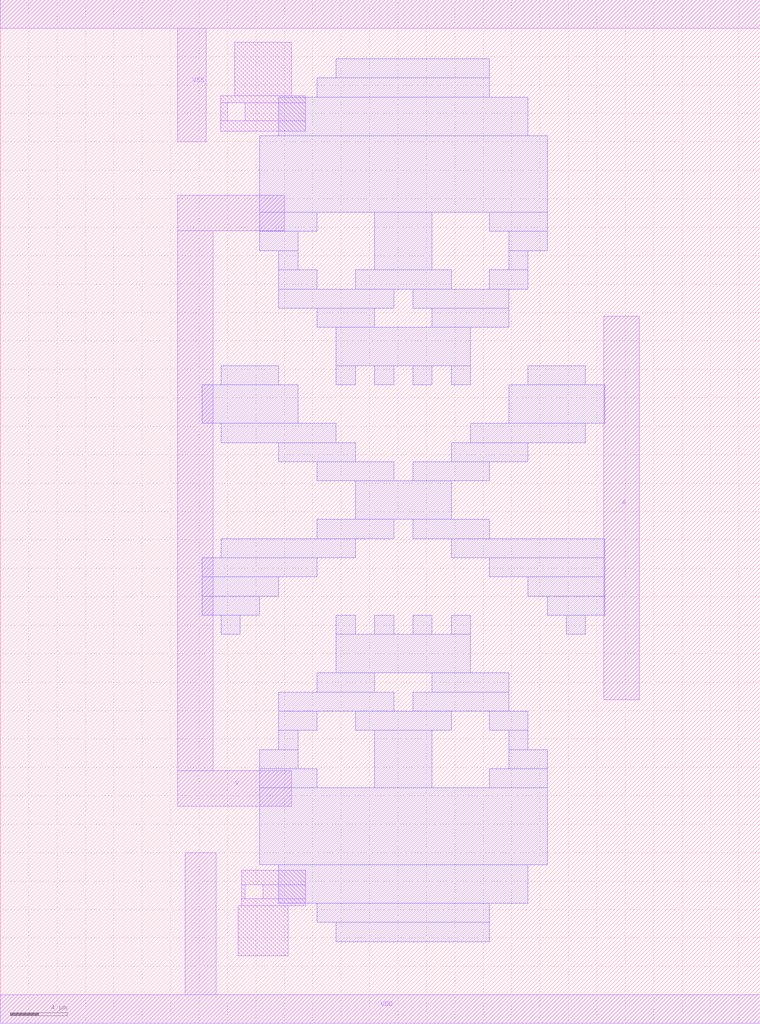
<source format=lef>
VERSION 5.7 ;
  NOWIREEXTENSIONATPIN ON ;
  DIVIDERCHAR "/" ;
  BUSBITCHARS "[]" ;
MACRO skullfet_inverter
  CLASS BLOCK ;
  FOREIGN skullfet_inverter ;
  ORIGIN 0.000 0.000 ;
  SIZE 53.500 BY 72.000 ;
  PIN VSS
    DIRECTION INOUT ;
    USE GROUND ;
    SHAPE ABUTMENT ;
    PORT
      LAYER Metal1 ;
        RECT 0.000 70.000 53.500 72.000 ;
        RECT 12.500 62.000 14.500 70.000 ;
    END
  END VSS
  PIN VDD
    DIRECTION INOUT ;
    USE POWER ;
    SHAPE ABUTMENT ;
    PORT
      LAYER Metal1 ;
        RECT 13.000 2.000 15.200 12.000 ;
        RECT 0.000 0.000 53.500 2.000 ;
    END
  END VDD
  PIN Y
    DIRECTION OUTPUT ;
    USE SIGNAL ;
    ANTENNADIFFAREA 317.519989 ;
    PORT
      LAYER Metal1 ;
        RECT 12.500 55.750 20.000 58.250 ;
        RECT 12.500 17.750 15.000 55.750 ;
        RECT 12.500 15.250 20.500 17.750 ;
    END
  END Y
  PIN A
    DIRECTION INPUT ;
    USE SIGNAL ;
    ANTENNAGATEAREA 81.000000 ;
    PORT
      LAYER Metal1 ;
        RECT 42.500 22.750 45.000 49.750 ;
    END
  END A
  OBS
      LAYER Metal1 ;
        RECT 16.500 65.250 20.500 69.000 ;
        RECT 15.500 64.750 21.500 65.250 ;
        RECT 15.500 63.500 16.000 64.750 ;
        RECT 17.250 63.500 21.500 64.750 ;
        RECT 15.500 62.750 21.500 63.500 ;
        RECT 17.000 9.750 21.500 10.750 ;
        RECT 17.000 8.750 17.250 9.750 ;
        RECT 18.500 8.750 21.500 9.750 ;
        RECT 17.000 8.250 21.500 8.750 ;
        RECT 16.750 4.750 20.250 8.250 ;
      LAYER Metal2 ;
        RECT 23.650 66.500 34.450 67.850 ;
        RECT 22.300 65.150 34.450 66.500 ;
        RECT 19.600 62.450 37.150 65.150 ;
        RECT 18.250 57.050 38.500 62.450 ;
        RECT 18.250 55.700 22.300 57.050 ;
        RECT 18.250 54.350 20.950 55.700 ;
        RECT 19.600 53.000 20.950 54.350 ;
        RECT 26.350 53.000 30.400 57.050 ;
        RECT 34.450 55.700 38.500 57.050 ;
        RECT 35.800 54.350 38.500 55.700 ;
        RECT 35.800 53.000 37.150 54.350 ;
        RECT 19.600 51.650 22.300 53.000 ;
        RECT 25.000 51.650 31.750 53.000 ;
        RECT 34.450 51.650 37.150 53.000 ;
        RECT 19.600 50.300 27.700 51.650 ;
        RECT 29.050 50.300 35.800 51.650 ;
        RECT 22.300 48.950 26.350 50.300 ;
        RECT 30.400 48.950 35.800 50.300 ;
        RECT 23.650 46.250 33.100 48.950 ;
        RECT 15.550 44.900 19.600 46.250 ;
        RECT 23.650 44.900 25.000 46.250 ;
        RECT 26.350 44.900 27.700 46.250 ;
        RECT 29.050 44.900 30.400 46.250 ;
        RECT 31.750 44.900 33.100 46.250 ;
        RECT 37.150 44.900 41.200 46.250 ;
        RECT 14.200 42.200 20.950 44.900 ;
        RECT 35.800 42.200 42.550 44.900 ;
        RECT 15.550 40.850 23.650 42.200 ;
        RECT 33.100 40.850 41.200 42.200 ;
        RECT 19.600 39.500 25.000 40.850 ;
        RECT 31.750 39.500 37.150 40.850 ;
        RECT 22.300 38.150 27.700 39.500 ;
        RECT 29.050 38.150 34.450 39.500 ;
        RECT 25.000 35.450 31.750 38.150 ;
        RECT 22.300 34.100 27.700 35.450 ;
        RECT 29.050 34.100 34.450 35.450 ;
        RECT 15.550 32.750 25.000 34.100 ;
        RECT 31.750 32.750 42.550 34.100 ;
        RECT 14.200 31.400 22.300 32.750 ;
        RECT 34.450 31.400 42.550 32.750 ;
        RECT 14.200 30.050 19.600 31.400 ;
        RECT 37.150 30.050 42.550 31.400 ;
        RECT 14.200 28.700 18.250 30.050 ;
        RECT 38.500 28.700 42.550 30.050 ;
        RECT 15.550 27.350 16.900 28.700 ;
        RECT 23.650 27.350 25.000 28.700 ;
        RECT 26.350 27.350 27.700 28.700 ;
        RECT 29.050 27.350 30.400 28.700 ;
        RECT 31.750 27.350 33.100 28.700 ;
        RECT 39.850 27.350 41.200 28.700 ;
        RECT 23.650 24.650 33.100 27.350 ;
        RECT 22.300 23.300 26.350 24.650 ;
        RECT 30.400 23.300 35.800 24.650 ;
        RECT 19.600 21.950 27.700 23.300 ;
        RECT 29.050 21.950 35.800 23.300 ;
        RECT 19.600 20.600 22.300 21.950 ;
        RECT 25.000 20.600 31.750 21.950 ;
        RECT 34.450 20.600 37.150 21.950 ;
        RECT 19.600 19.250 20.950 20.600 ;
        RECT 18.250 17.900 20.950 19.250 ;
        RECT 18.250 16.550 22.300 17.900 ;
        RECT 26.350 16.550 30.400 20.600 ;
        RECT 35.800 19.250 37.150 20.600 ;
        RECT 35.800 17.900 38.500 19.250 ;
        RECT 34.450 16.550 38.500 17.900 ;
        RECT 18.250 11.150 38.500 16.550 ;
        RECT 19.600 8.450 37.150 11.150 ;
        RECT 22.300 7.100 34.450 8.450 ;
        RECT 23.650 5.750 34.450 7.100 ;
  END
END skullfet_inverter
END LIBRARY


</source>
